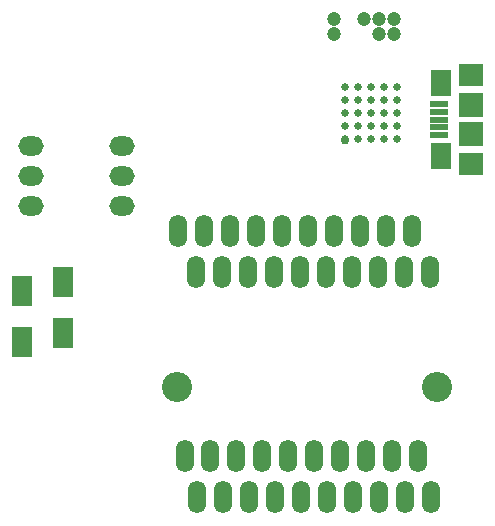
<source format=gbs>
G04*
G04 #@! TF.GenerationSoftware,Altium Limited,Altium Designer,21.0.8 (223)*
G04*
G04 Layer_Color=16711935*
%FSLAX25Y25*%
%MOIN*%
G70*
G04*
G04 #@! TF.SameCoordinates,53D1A9A1-71C5-4B57-A858-D8A7AC7FB82A*
G04*
G04*
G04 #@! TF.FilePolarity,Negative*
G04*
G01*
G75*
%ADD58C,0.00591*%
%ADD59C,0.04724*%
%ADD60O,0.08465X0.06496*%
%ADD61O,0.06102X0.10827*%
%ADD62C,0.10039*%
%ADD63C,0.02559*%
%ADD64C,0.02953*%
%ADD90R,0.06890X0.10433*%
%ADD91R,0.08071X0.08071*%
%ADD92R,0.08071X0.07677*%
%ADD93R,0.05906X0.02165*%
%ADD94R,0.06890X0.08858*%
D58*
X349700Y386100D02*
D03*
Y381100D02*
D03*
X334700D02*
D03*
X329700Y386100D02*
D03*
X319700D02*
D03*
X329700Y381100D02*
D03*
X319700D02*
D03*
D59*
X344700Y386100D02*
D03*
X339700D02*
D03*
X344700Y381100D02*
D03*
X339700D02*
D03*
X334700Y386100D02*
D03*
X324700D02*
D03*
Y381100D02*
D03*
D60*
X223700Y324000D02*
D03*
Y334000D02*
D03*
Y344000D02*
D03*
X253833Y323988D02*
D03*
Y333988D02*
D03*
Y343988D02*
D03*
D61*
X356469Y301870D02*
D03*
X347807D02*
D03*
X339146D02*
D03*
X330485D02*
D03*
X321823D02*
D03*
X313162D02*
D03*
X304500D02*
D03*
X295839D02*
D03*
X287177D02*
D03*
X278516D02*
D03*
X298595Y315650D02*
D03*
X324579D02*
D03*
X272611D02*
D03*
X281272D02*
D03*
X289933D02*
D03*
X307256D02*
D03*
X315918D02*
D03*
X333240D02*
D03*
X341902D02*
D03*
X350563D02*
D03*
X279058Y226772D02*
D03*
X287719D02*
D03*
X296381D02*
D03*
X305042D02*
D03*
X313703D02*
D03*
X322365D02*
D03*
X331026D02*
D03*
X339688D02*
D03*
X348349D02*
D03*
X357011D02*
D03*
X274727Y240552D02*
D03*
X283388D02*
D03*
X292050D02*
D03*
X300711D02*
D03*
X309373D02*
D03*
X318034D02*
D03*
X326696D02*
D03*
X335357D02*
D03*
X344018D02*
D03*
X352680D02*
D03*
D62*
X358979Y263387D02*
D03*
X272365D02*
D03*
D63*
X345693Y346072D02*
D03*
X341362D02*
D03*
X337032D02*
D03*
X332701D02*
D03*
X328370D02*
D03*
X345693Y350403D02*
D03*
X341362D02*
D03*
X337032D02*
D03*
X332701D02*
D03*
X328370D02*
D03*
X345693Y354734D02*
D03*
X341362D02*
D03*
X337032D02*
D03*
X332701D02*
D03*
X328370D02*
D03*
X345693Y359065D02*
D03*
X341362D02*
D03*
X337032D02*
D03*
X332701D02*
D03*
X328370D02*
D03*
X345693Y363395D02*
D03*
X341362D02*
D03*
X337032D02*
D03*
X332701D02*
D03*
X328370D02*
D03*
D64*
X328173Y345876D02*
D03*
D90*
X220600Y295465D02*
D03*
Y278535D02*
D03*
X234100Y298365D02*
D03*
Y281435D02*
D03*
D91*
X370200Y347951D02*
D03*
Y357400D02*
D03*
D92*
Y337715D02*
D03*
Y367636D02*
D03*
D93*
X359668Y352676D02*
D03*
Y355235D02*
D03*
Y357794D02*
D03*
Y350116D02*
D03*
Y347557D02*
D03*
D94*
X360161Y364880D02*
D03*
Y340471D02*
D03*
M02*

</source>
